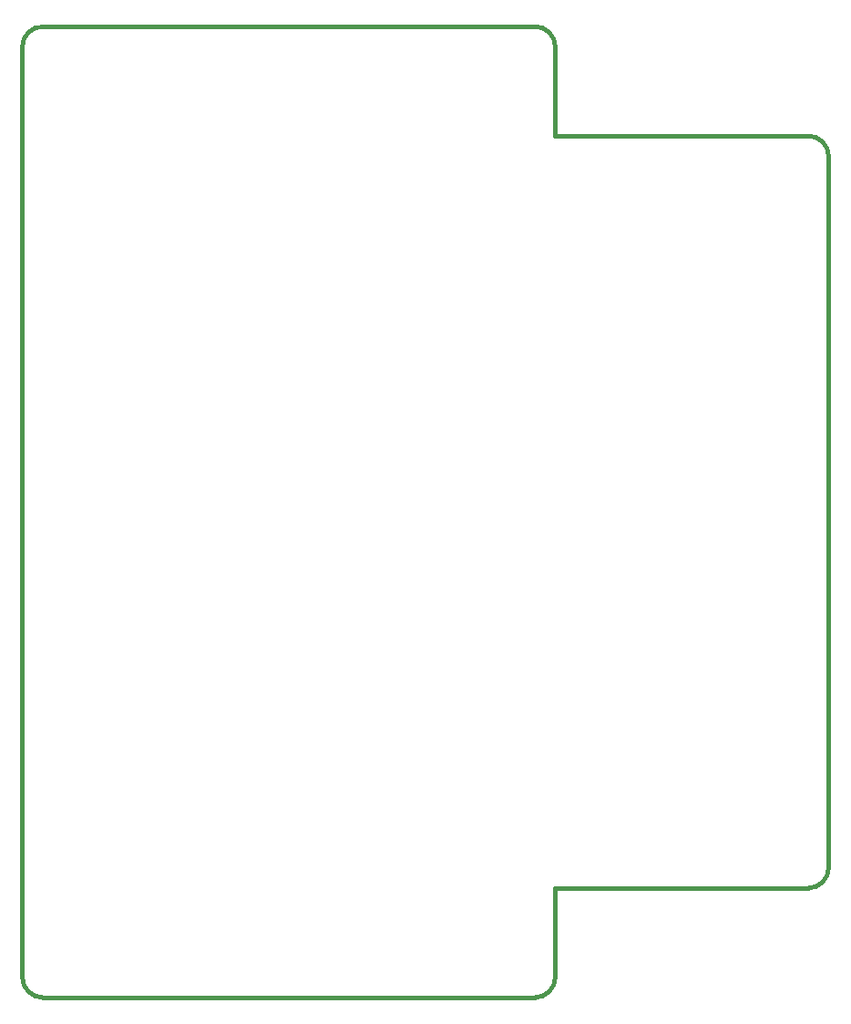
<source format=gbr>
G04 (created by PCBNEW (2013-07-07 BZR 4022)-stable) date 29/12/2014 16:26:55*
%MOIN*%
G04 Gerber Fmt 3.4, Leading zero omitted, Abs format*
%FSLAX34Y34*%
G01*
G70*
G90*
G04 APERTURE LIST*
%ADD10C,0.00590551*%
%ADD11C,0.015*%
G04 APERTURE END LIST*
G54D10*
G54D11*
X58250Y-24000D02*
X58500Y-24000D01*
X40500Y-24000D02*
X58250Y-24000D01*
X39750Y-58750D02*
X39750Y-24750D01*
X58500Y-59500D02*
X40500Y-59500D01*
X69250Y-28750D02*
X69250Y-54750D01*
X59250Y-28000D02*
X68500Y-28000D01*
X59250Y-28000D02*
X59250Y-24750D01*
X59250Y-55500D02*
X68500Y-55500D01*
X59250Y-55500D02*
X59250Y-58750D01*
X40500Y-24000D02*
G75*
G03X39750Y-24750I0J-750D01*
G74*
G01*
X39750Y-58750D02*
G75*
G03X40500Y-59500I750J0D01*
G74*
G01*
X58500Y-59500D02*
G75*
G03X59250Y-58750I0J750D01*
G74*
G01*
X68500Y-55500D02*
G75*
G03X69250Y-54750I0J750D01*
G74*
G01*
X69250Y-28750D02*
G75*
G03X68500Y-28000I-750J0D01*
G74*
G01*
X59250Y-24750D02*
G75*
G03X58500Y-24000I-750J0D01*
G74*
G01*
M02*

</source>
